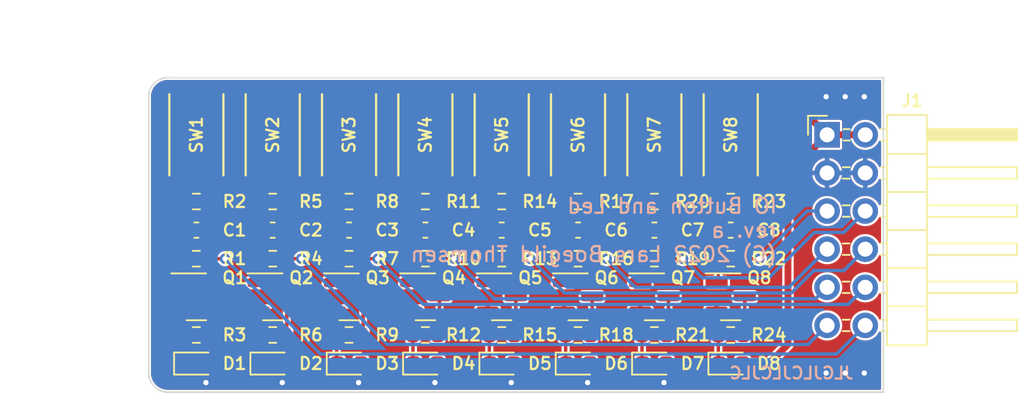
<source format=kicad_pcb>
(kicad_pcb (version 20211014) (generator pcbnew)
  (title_block (title "${TITLE}") (rev "${REVISION}") (company "${AUTHOR}") (comment 1 "${AUTHOR_EMAIL}"))
  (layers (0 "F.Cu" signal) (31 "B.Cu" signal) (34 "B.Paste" user) (35 "F.Paste" user) (36 "B.SilkS" user "B.Silkscreen") (37 "F.SilkS" user "F.Silkscreen") (38 "B.Mask" user) (39 "F.Mask" user) (44 "Edge.Cuts" user))
  (property "AUTHOR" "Lars Boegild Thomsen")
  (property "AUTHOR_EMAIL" "lbthomsen@gmail.com")
  (property "REVISION" "a")
  (property "TITLE" "IO Button and Led")
  (net 0 "")
  (net 1 "Net-(Q1-Pad1)")
  (net 2 "Net-(Q2-Pad1)")
  (net 3 "Net-(Q3-Pad1)")
  (net 4 "Net-(Q4-Pad1)")
  (net 5 "Net-(D1-Pad1)")
  (net 6 "Net-(D2-Pad1)")
  (net 7 "Net-(D3-Pad1)")
  (net 8 "Net-(D4-Pad1)")
  (net 9 "GND")
  (net 10 "+3.3V")
  (net 11 "Net-(Q1-Pad3)")
  (net 12 "Net-(Q2-Pad3)")
  (net 13 "Net-(D5-Pad1)")
  (net 14 "Net-(D6-Pad1)")
  (net 15 "Net-(D7-Pad1)")
  (net 16 "Net-(D8-Pad1)")
  (net 17 "L0_0")
  (net 18 "L0_1")
  (net 19 "L0_2")
  (net 20 "Net-(Q3-Pad3)")
  (net 21 "L0_3")
  (net 22 "Net-(Q4-Pad3)")
  (net 23 "L0_4")
  (net 24 "Net-(Q5-Pad3)")
  (net 25 "L0_5")
  (net 26 "Net-(Q6-Pad3)")
  (net 27 "L0_6")
  (net 28 "Net-(Q7-Pad3)")
  (net 29 "L0_7")
  (net 30 "Net-(Q8-Pad3)")
  (net 31 "Net-(Q5-Pad1)")
  (net 32 "Net-(Q6-Pad1)")
  (net 33 "Net-(Q7-Pad1)")
  (net 34 "Net-(Q8-Pad1)")
  (footprint "Resistor_SMD:R_0603_1608Metric" (layer "F.Cu") (at 136.525 89.535)
    (fp_text reference "R3" (at 2.54 0 unlocked) (layer "F.SilkS") (effects (font (size 0.8 0.8))))
    (fp_text value "440")
    (pad "1" smd roundrect (at -0.825 0) (size 0.8 0.95) (layers "F.Cu" "F.Paste" "F.Mask") (net 5 "Net-(D1-Pad1)"))
    (pad "2" smd roundrect (at 0.825 0) (size 0.8 0.95) (layers "F.Cu" "F.Paste" "F.Mask") (net 11 "Net-(Q1-Pad3)"))
  )
  (footprint "Package_TO_SOT_SMD:SOT-23" (layer "F.Cu") (at 161.925 86.995)
    (fp_text reference "Q6" (at 1.905 -1.27 unlocked) (layer "F.SilkS") (effects (font (size 0.8 0.8))))
    (fp_text value "AO3400A")
    (pad "1" smd roundrect (at -0.9375 -0.95) (size 1.475 0.6) (layers "F.Cu" "F.Paste" "F.Mask") (net 32 "Net-(Q6-Pad1)"))
    (pad "2" smd roundrect (at -0.9375 0.95) (size 1.475 0.6) (layers "F.Cu" "F.Paste" "F.Mask") (net 9 "GND"))
    (pad "3" smd roundrect (at 0.9375 0) (size 1.475 0.6) (layers "F.Cu" "F.Paste" "F.Mask") (net 26 "Net-(Q6-Pad3)"))
  )
  (footprint "LED_SMD:LED_0603_1608Metric" (layer "F.Cu") (at 136.525 91.44)
    (fp_text reference "D1" (at 2.54 0 unlocked) (layer "F.SilkS") (effects (font (size 0.8 0.8))))
    (fp_text value "LED")
    (pad "1" smd roundrect (at -0.7875 0) (size 0.875 0.95) (layers "F.Cu" "F.Paste" "F.Mask") (net 5 "Net-(D1-Pad1)"))
    (pad "2" smd roundrect (at 0.7875 0) (size 0.875 0.95) (layers "F.Cu" "F.Paste" "F.Mask") (net 10 "+3.3V"))
  )
  (footprint "Capacitor_SMD:C_0603_1608Metric" (layer "F.Cu") (at 151.765 82.55)
    (fp_text reference "C4" (at 2.54 0 unlocked) (layer "F.SilkS") (effects (font (size 0.8 0.8))))
    (fp_text value "100nF")
    (pad "1" smd roundrect (at -0.775 0) (size 0.9 0.95) (layers "F.Cu" "F.Paste" "F.Mask") (net 4 "Net-(Q4-Pad1)"))
    (pad "2" smd roundrect (at 0.775 0) (size 0.9 0.95) (layers "F.Cu" "F.Paste" "F.Mask") (net 9 "GND"))
  )
  (footprint "Package_TO_SOT_SMD:SOT-23" (layer "F.Cu") (at 141.605 86.995)
    (fp_text reference "Q2" (at 1.905 -1.27 unlocked) (layer "F.SilkS") (effects (font (size 0.8 0.8))))
    (fp_text value "AO3400A")
    (pad "1" smd roundrect (at -0.9375 -0.95) (size 1.475 0.6) (layers "F.Cu" "F.Paste" "F.Mask") (net 2 "Net-(Q2-Pad1)"))
    (pad "2" smd roundrect (at -0.9375 0.95) (size 1.475 0.6) (layers "F.Cu" "F.Paste" "F.Mask") (net 9 "GND"))
    (pad "3" smd roundrect (at 0.9375 0) (size 1.475 0.6) (layers "F.Cu" "F.Paste" "F.Mask") (net 12 "Net-(Q2-Pad3)"))
  )
  (footprint "iolib:TS-1088R-02526" (layer "F.Cu") (at 146.685 76.2 90)
    (fp_text reference "SW3" (at 0 0 90 unlocked) (layer "F.SilkS") (effects (font (size 0.8 0.8))))
    (fp_text value "~")
    (pad "1" smd rect (at -2.2 -0.05 90) (size 1.2 2) (layers "F.Cu" "F.Paste" "F.Mask") (net 3 "Net-(Q3-Pad1)"))
    (pad "2" smd rect (at 2.2 0 90) (size 1.2 2) (layers "F.Cu" "F.Paste" "F.Mask") (net 10 "+3.3V"))
  )
  (footprint "Capacitor_SMD:C_0603_1608Metric" (layer "F.Cu") (at 156.845 82.55)
    (fp_text reference "C5" (at 2.54 0 unlocked) (layer "F.SilkS") (effects (font (size 0.8 0.8))))
    (fp_text value "100nF")
    (pad "1" smd roundrect (at -0.775 0) (size 0.9 0.95) (layers "F.Cu" "F.Paste" "F.Mask") (net 31 "Net-(Q5-Pad1)"))
    (pad "2" smd roundrect (at 0.775 0) (size 0.9 0.95) (layers "F.Cu" "F.Paste" "F.Mask") (net 9 "GND"))
  )
  (footprint "LED_SMD:LED_0603_1608Metric" (layer "F.Cu") (at 167.005 91.44)
    (fp_text reference "D7" (at 2.54 0 unlocked) (layer "F.SilkS") (effects (font (size 0.8 0.8))))
    (fp_text value "LED")
    (pad "1" smd roundrect (at -0.7875 0) (size 0.875 0.95) (layers "F.Cu" "F.Paste" "F.Mask") (net 15 "Net-(D7-Pad1)"))
    (pad "2" smd roundrect (at 0.7875 0) (size 0.875 0.95) (layers "F.Cu" "F.Paste" "F.Mask") (net 10 "+3.3V"))
  )
  (footprint "Resistor_SMD:R_0603_1608Metric" (layer "F.Cu") (at 146.685 80.645)
    (fp_text reference "R8" (at 2.54 0 unlocked) (layer "F.SilkS") (effects (font (size 0.8 0.8))))
    (fp_text value "10k")
    (pad "1" smd roundrect (at -0.825 0) (size 0.8 0.95) (layers "F.Cu" "F.Paste" "F.Mask") (net 3 "Net-(Q3-Pad1)"))
    (pad "2" smd roundrect (at 0.825 0) (size 0.8 0.95) (layers "F.Cu" "F.Paste" "F.Mask") (net 9 "GND"))
  )
  (footprint "iolib:TS-1088R-02526" (layer "F.Cu") (at 141.605 76.2 90)
    (fp_text reference "SW2" (at 0 0 90 unlocked) (layer "F.SilkS") (effects (font (size 0.8 0.8))))
    (fp_text value "~")
    (pad "1" smd rect (at -2.2 -0.05 90) (size 1.2 2) (layers "F.Cu" "F.Paste" "F.Mask") (net 2 "Net-(Q2-Pad1)"))
    (pad "2" smd rect (at 2.2 0 90) (size 1.2 2) (layers "F.Cu" "F.Paste" "F.Mask") (net 10 "+3.3V"))
  )
  (footprint "iolib:TS-1088R-02526" (layer "F.Cu") (at 151.765 76.2 90)
    (fp_text reference "SW4" (at 0 0 90 unlocked) (layer "F.SilkS") (effects (font (size 0.8 0.8))))
    (fp_text value "~")
    (pad "1" smd rect (at -2.2 -0.05 90) (size 1.2 2) (layers "F.Cu" "F.Paste" "F.Mask") (net 4 "Net-(Q4-Pad1)"))
    (pad "2" smd rect (at 2.2 0 90) (size 1.2 2) (layers "F.Cu" "F.Paste" "F.Mask") (net 10 "+3.3V"))
  )
  (footprint "iolib:TS-1088R-02526" (layer "F.Cu") (at 161.925 76.2 90)
    (fp_text reference "SW6" (at 0 0 90 unlocked) (layer "F.SilkS") (effects (font (size 0.8 0.8))))
    (fp_text value "~")
    (pad "1" smd rect (at -2.2 -0.05 90) (size 1.2 2) (layers "F.Cu" "F.Paste" "F.Mask") (net 32 "Net-(Q6-Pad1)"))
    (pad "2" smd rect (at 2.2 0 90) (size 1.2 2) (layers "F.Cu" "F.Paste" "F.Mask") (net 10 "+3.3V"))
  )
  (footprint "LED_SMD:LED_0603_1608Metric" (layer "F.Cu") (at 172.085 91.44)
    (fp_text reference "D8" (at 2.54 0 unlocked) (layer "F.SilkS") (effects (font (size 0.8 0.8))))
    (fp_text value "LED")
    (pad "1" smd roundrect (at -0.7875 0) (size 0.875 0.95) (layers "F.Cu" "F.Paste" "F.Mask") (net 16 "Net-(D8-Pad1)"))
    (pad "2" smd roundrect (at 0.7875 0) (size 0.875 0.95) (layers "F.Cu" "F.Paste" "F.Mask") (net 10 "+3.3V"))
  )
  (footprint "Resistor_SMD:R_0603_1608Metric" (layer "F.Cu") (at 172.085 89.535)
    (fp_text reference "R24" (at 2.54 0 unlocked) (layer "F.SilkS") (effects (font (size 0.8 0.8))))
    (fp_text value "440")
    (pad "1" smd roundrect (at -0.825 0) (size 0.8 0.95) (layers "F.Cu" "F.Paste" "F.Mask") (net 16 "Net-(D8-Pad1)"))
    (pad "2" smd roundrect (at 0.825 0) (size 0.8 0.95) (layers "F.Cu" "F.Paste" "F.Mask") (net 30 "Net-(Q8-Pad3)"))
  )
  (footprint "Capacitor_SMD:C_0603_1608Metric" (layer "F.Cu") (at 146.685 82.55)
    (fp_text reference "C3" (at 2.54 0 unlocked) (layer "F.SilkS") (effects (font (size 0.8 0.8))))
    (fp_text value "100nF")
    (pad "1" smd roundrect (at -0.775 0) (size 0.9 0.95) (layers "F.Cu" "F.Paste" "F.Mask") (net 3 "Net-(Q3-Pad1)"))
    (pad "2" smd roundrect (at 0.775 0) (size 0.9 0.95) (layers "F.Cu" "F.Paste" "F.Mask") (net 9 "GND"))
  )
  (footprint "LED_SMD:LED_0603_1608Metric" (layer "F.Cu") (at 151.765 91.44)
    (fp_text reference "D4" (at 2.54 0 unlocked) (layer "F.SilkS") (effects (font (size 0.8 0.8))))
    (fp_text value "LED")
    (pad "1" smd roundrect (at -0.7875 0) (size 0.875 0.95) (layers "F.Cu" "F.Paste" "F.Mask") (net 8 "Net-(D4-Pad1)"))
    (pad "2" smd roundrect (at 0.7875 0) (size 0.875 0.95) (layers "F.Cu" "F.Paste" "F.Mask") (net 10 "+3.3V"))
  )
  (footprint "iolib:TS-1088R-02526" (layer "F.Cu") (at 167.005 76.2 90)
    (fp_text reference "SW7" (at 0 0 90 unlocked) (layer "F.SilkS") (effects (font (size 0.8 0.8))))
    (fp_text value "~")
    (pad "1" smd rect (at -2.2 -0.05 90) (size 1.2 2) (layers "F.Cu" "F.Paste" "F.Mask") (net 33 "Net-(Q7-Pad1)"))
    (pad "2" smd rect (at 2.2 0 90) (size 1.2 2) (layers "F.Cu" "F.Paste" "F.Mask") (net 10 "+3.3V"))
  )
  (footprint "Resistor_SMD:R_0603_1608Metric" (layer "F.Cu") (at 156.845 80.645)
    (fp_text reference "R14" (at 2.54 0 unlocked) (layer "F.SilkS") (effects (font (size 0.8 0.8))))
    (fp_text value "10k")
    (pad "1" smd roundrect (at -0.825 0) (size 0.8 0.95) (layers "F.Cu" "F.Paste" "F.Mask") (net 31 "Net-(Q5-Pad1)"))
    (pad "2" smd roundrect (at 0.825 0) (size 0.8 0.95) (layers "F.Cu" "F.Paste" "F.Mask") (net 9 "GND"))
  )
  (footprint "LED_SMD:LED_0603_1608Metric" (layer "F.Cu") (at 146.685 91.44)
    (fp_text reference "D3" (at 2.54 0 unlocked) (layer "F.SilkS") (effects (font (size 0.8 0.8))))
    (fp_text value "LED")
    (pad "1" smd roundrect (at -0.7875 0) (size 0.875 0.95) (layers "F.Cu" "F.Paste" "F.Mask") (net 7 "Net-(D3-Pad1)"))
    (pad "2" smd roundrect (at 0.7875 0) (size 0.875 0.95) (layers "F.Cu" "F.Paste" "F.Mask") (net 10 "+3.3V"))
  )
  (footprint "iolib:TS-1088R-02526" (layer "F.Cu") (at 156.845 76.2 90)
    (fp_text reference "SW5" (at 0 0 90 unlocked) (layer "F.SilkS") (effects (font (size 0.8 0.8))))
    (fp_text value "~")
    (pad "1" smd rect (at -2.2 -0.05 90) (size 1.2 2) (layers "F.Cu" "F.Paste" "F.Mask") (net 31 "Net-(Q5-Pad1)"))
    (pad "2" smd rect (at 2.2 0 90) (size 1.2 2) (layers "F.Cu" "F.Paste" "F.Mask") (net 10 "+3.3V"))
  )
  (footprint "Resistor_SMD:R_0603_1608Metric" (layer "F.Cu") (at 172.085 80.645)
    (fp_text reference "R23" (at 2.54 0 unlocked) (layer "F.SilkS") (effects (font (size 0.8 0.8))))
    (fp_text value "10k")
    (pad "1" smd roundrect (at -0.825 0) (size 0.8 0.95) (layers "F.Cu" "F.Paste" "F.Mask") (net 34 "Net-(Q8-Pad1)"))
    (pad "2" smd roundrect (at 0.825 0) (size 0.8 0.95) (layers "F.Cu" "F.Paste" "F.Mask") (net 9 "GND"))
  )
  (footprint "Package_TO_SOT_SMD:SOT-23" (layer "F.Cu") (at 146.685 86.995)
    (fp_text reference "Q3" (at 1.905 -1.27 unlocked) (layer "F.SilkS") (effects (font (size 0.8 0.8))))
    (fp_text value "AO3400A")
    (pad "1" smd roundrect (at -0.9375 -0.95) (size 1.475 0.6) (layers "F.Cu" "F.Paste" "F.Mask") (net 3 "Net-(Q3-Pad1)"))
    (pad "2" smd roundrect (at -0.9375 0.95) (size 1.475 0.6) (layers "F.Cu" "F.Paste" "F.Mask") (net 9 "GND"))
    (pad "3" smd roundrect (at 0.9375 0) (size 1.475 0.6) (layers "F.Cu" "F.Paste" "F.Mask") (net 20 "Net-(Q3-Pad3)"))
  )
  (footprint "Resistor_SMD:R_0603_1608Metric" (layer "F.Cu") (at 172.085 84.455)
    (fp_text reference "R22" (at 2.54 0 unlocked) (layer "F.SilkS") (effects (font (size 0.8 0.8))))
    (fp_text value "220")
    (pad "1" smd roundrect (at -0.825 0) (size 0.8 0.95) (layers "F.Cu" "F.Paste" "F.Mask") (net 34 "Net-(Q8-Pad1)"))
    (pad "2" smd roundrect (at 0.825 0) (size 0.8 0.95) (layers "F.Cu" "F.Paste" "F.Mask") (net 29 "L0_7"))
  )
  (footprint "Resistor_SMD:R_0603_1608Metric" (layer "F.Cu") (at 161.925 80.645)
    (fp_text reference "R17" (at 2.54 0 unlocked) (layer "F.SilkS") (effects (font (size 0.8 0.8))))
    (fp_text value "10k")
    (pad "1" smd roundrect (at -0.825 0) (size 0.8 0.95) (layers "F.Cu" "F.Paste" "F.Mask") (net 32 "Net-(Q6-Pad1)"))
    (pad "2" smd roundrect (at 0.825 0) (size 0.8 0.95) (layers "F.Cu" "F.Paste" "F.Mask") (net 9 "GND"))
  )
  (footprint "Resistor_SMD:R_0603_1608Metric" (layer "F.Cu") (at 141.605 84.455)
    (fp_text reference "R4" (at 2.54 0 unlocked) (layer "F.SilkS") (effects (font (size 0.8 0.8))))
    (fp_text value "220")
    (pad "1" smd roundrect (at -0.825 0) (size 0.8 0.95) (layers "F.Cu" "F.Paste" "F.Mask") (net 2 "Net-(Q2-Pad1)"))
    (pad "2" smd roundrect (at 0.825 0) (size 0.8 0.95) (layers "F.Cu" "F.Paste" "F.Mask") (net 18 "L0_1"))
  )
  (footprint "Resistor_SMD:R_0603_1608Metric" (layer "F.Cu") (at 141.605 89.535)
    (fp_text reference "R6" (at 2.54 0 unlocked) (layer "F.SilkS") (effects (font (size 0.8 0.8))))
    (fp_text value "440")
    (pad "1" smd roundrect (at -0.825 0) (size 0.8 0.95) (layers "F.Cu" "F.Paste" "F.Mask") (net 6 "Net-(D2-Pad1)"))
    (pad "2" smd roundrect (at 0.825 0) (size 0.8 0.95) (layers "F.Cu" "F.Paste" "F.Mask") (net 12 "Net-(Q2-Pad3)"))
  )
  (footprint "Capacitor_SMD:C_0603_1608Metric" (layer "F.Cu") (at 136.525 82.55)
    (fp_text reference "C1" (at 2.54 0 unlocked) (layer "F.SilkS") (effects (font (size 0.8 0.8))))
    (fp_text value "100nF")
    (pad "1" smd roundrect (at -0.775 0) (size 0.9 0.95) (layers "F.Cu" "F.Paste" "F.Mask") (net 1 "Net-(Q1-Pad1)"))
    (pad "2" smd roundrect (at 0.775 0) (size 0.9 0.95) (layers "F.Cu" "F.Paste" "F.Mask") (net 9 "GND"))
  )
  (footprint "LED_SMD:LED_0603_1608Metric" (layer "F.Cu") (at 161.925 91.44)
    (fp_text reference "D6" (at 2.54 0 unlocked) (layer "F.SilkS") (effects (font (size 0.8 0.8))))
    (fp_text value "LED")
    (pad "1" smd roundrect (at -0.7875 0) (size 0.875 0.95) (layers "F.Cu" "F.Paste" "F.Mask") (net 14 "Net-(D6-Pad1)"))
    (pad "2" smd roundrect (at 0.7875 0) (size 0.875 0.95) (layers "F.Cu" "F.Paste" "F.Mask") (net 10 "+3.3V"))
  )
  (footprint "Capacitor_SMD:C_0603_1608Metric" (layer "F.Cu") (at 161.925 82.55)
    (fp_text reference "C6" (at 2.54 0 unlocked) (layer "F.SilkS") (effects (font (size 0.8 0.8))))
    (fp_text value "100nF")
    (pad "1" smd roundrect (at -0.775 0) (size 0.9 0.95) (layers "F.Cu" "F.Paste" "F.Mask") (net 32 "Net-(Q6-Pad1)"))
    (pad "2" smd roundrect (at 0.775 0) (size 0.9 0.95) (layers "F.Cu" "F.Paste" "F.Mask") (net 9 "GND"))
  )
  (footprint "iolib:TS-1088R-02526" (layer "F.Cu") (at 172.085 76.2 90)
    (fp_text reference "SW8" (at 0 0 90 unlocked) (layer "F.SilkS") (effects (font (size 0.8 0.8))))
    (fp_text value "~")
    (pad "1" smd rect (at -2.2 -0.05 90) (size 1.2 2) (layers "F.Cu" "F.Paste" "F.Mask") (net 34 "Net-(Q8-Pad1)"))
    (pad "2" smd rect (at 2.2 0 90) (size 1.2 2) (layers "F.Cu" "F.Paste" "F.Mask") (net 10 "+3.3V"))
  )
  (footprint "Package_TO_SOT_SMD:SOT-23" (layer "F.Cu") (at 167.005 86.995)
    (fp_text reference "Q7" (at 1.905 -1.27 unlocked) (layer "F.SilkS") (effects (font (size 0.8 0.8))))
    (fp_text value "AO3400A")
    (pad "1" smd roundrect (at -0.9375 -0.95) (size 1.475 0.6) (layers "F.Cu" "F.Paste" "F.Mask") (net 33 "Net-(Q7-Pad1)"))
    (pad "2" smd roundrect (at -0.9375 0.95) (size 1.475 0.6) (layers "F.Cu" "F.Paste" "F.Mask") (net 9 "GND"))
    (pad "3" smd roundrect (at 0.9375 0) (size 1.475 0.6) (layers "F.Cu" "F.Paste" "F.Mask") (net 28 "Net-(Q7-Pad3)"))
  )
  (footprint "Resistor_SMD:R_0603_1608Metric" (layer "F.Cu") (at 141.605 80.645)
    (fp_text reference "R5" (at 2.54 0 unlocked) (layer "F.SilkS") (effects (font (size 0.8 0.8))))
    (fp_text value "10k")
    (pad "1" smd roundrect (at -0.825 0) (size 0.8 0.95) (layers "F.Cu" "F.Paste" "F.Mask") (net 2 "Net-(Q2-Pad1)"))
    (pad "2" smd roundrect (at 0.825 0) (size 0.8 0.95) (layers "F.Cu" "F.Paste" "F.Mask") (net 9 "GND"))
  )
  (footprint "LED_SMD:LED_0603_1608Metric" (layer "F.Cu") (at 156.845 91.44)
    (fp_text reference "D5" (at 2.54 0 unlocked) (layer "F.SilkS") (effects (font (size 0.8 0.8))))
    (fp_text value "LED")
    (pad "1" smd roundrect (at -0.7875 0) (size 0.875 0.95) (layers "F.Cu" "F.Paste" "F.Mask") (net 13 "Net-(D5-Pad1)"))
    (pad "2" smd roundrect (at 0.7875 0) (size 0.875 0.95) (layers "F.Cu" "F.Paste" "F.Mask") (net 10 "+3.3V"))
  )
  (footprint "Capacitor_SMD:C_0603_1608Metric" (layer "F.Cu") (at 141.605 82.55)
    (fp_text reference "C2" (at 2.54 0 unlocked) (layer "F.SilkS") (effects (font (size 0.8 0.8))))
    (fp_text value "100nF")
    (pad "1" smd roundrect (at -0.775 0) (size 0.9 0.95) (layers "F.Cu" "F.Paste" "F.Mask") (net 2 "Net-(Q2-Pad1)"))
    (pad "2" smd roundrect (at 0.775 0) (size 0.9 0.95) (layers "F.Cu" "F.Paste" "F.Mask") (net 9 "GND"))
  )
  (footprint "Resistor_SMD:R_0603_1608Metric" (layer "F.Cu") (at 146.685 84.455)
    (fp_text reference "R7" (at 2.54 0 unlocked) (layer "F.SilkS") (effects (font (size 0.8 0.8))))
    (fp_text value "220")
    (pad "1" smd roundrect (at -0.825 0) (size 0.8 0.95) (layers "F.Cu" "F.Paste" "F.Mask") (net 3 "Net-(Q3-Pad1)"))
    (pad "2" smd roundrect (at 0.825 0) (size 0.8 0.95) (layers "F.Cu" "F.Paste" "F.Mask") (net 19 "L0_2"))
  )
  (footprint "Resistor_SMD:R_0603_1608Metric" (layer "F.Cu") (at 167.005 89.535)
    (fp_text reference "R21" (at 2.54 0 unlocked) (layer "F.SilkS") (effects (font (size 0.8 0.8))))
    (fp_text value "440")
    (pad "1" smd roundrect (at -0.825 0) (size 0.8 0.95) (layers "F.Cu" "F.Paste" "F.Mask") (net 15 "Net-(D7-Pad1)"))
    (pad "2" smd roundrect (at 0.825 0) (size 0.8 0.95) (layers "F.Cu" "F.Paste" "F.Mask") (net 28 "Net-(Q7-Pad3)"))
  )
  (footprint "Resistor_SMD:R_0603_1608Metric" (layer "F.Cu") (at 156.845 89.535)
    (fp_text reference "R15" (at 2.54 0 unlocked) (layer "F.SilkS") (effects (font (size 0.8 0.8))))
    (fp_text value "440")
    (pad "1" smd roundrect (at -0.825 0) (size 0.8 0.95) (layers "F.Cu" "F.Paste" "F.Mask") (net 13 "Net-(D5-Pad1)"))
    (pad "2" smd roundrect (at 0.825 0) (size 0.8 0.95) (layers "F.Cu" "F.Paste" "F.Mask") (net 24 "Net-(Q5-Pad3)"))
  )
  (footprint "Resistor_SMD:R_0603_1608Metric" (layer "F.Cu") (at 167.005 80.645)
    (fp_text reference "R20" (at 2.54 0 unlocked) (layer "F.SilkS") (effects (font (size 0.8 0.8))))
    (fp_text value "10k")
    (pad "1" smd roundrect (at -0.825 0) (size 0.8 0.95) (layers "F.Cu" "F.Paste" "F.Mask") (net 33 "Net-(Q7-Pad1)"))
    (pad "2" smd roundrect (at 0.825 0) (size 0.8 0.95) (layers "F.Cu" "F.Paste" "F.Mask") (net 9 "GND"))
  )
  (footprint "Capacitor_SMD:C_0603_1608Metric" (layer "F.Cu") (at 167.005 82.55)
    (fp_text reference "C7" (at 2.54 0 unlocked) (layer "F.SilkS") (effects (font (size 0.8 0.8))))
    (fp_text value "100nF")
    (pad "1" smd roundrect (at -0.775 0) (size 0.9 0.95) (layers "F.Cu" "F.Paste" "F.Mask") (net 33 "Net-(Q7-Pad1)"))
    (pad "2" smd roundrect (at 0.775 0) (size 0.9 0.95) (layers "F.Cu" "F.Paste" "F.Mask") (net 9 "GND"))
  )
  (footprint "Resistor_SMD:R_0603_1608Metric" (layer "F.Cu") (at 151.765 80.645)
    (fp_text reference "R11" (at 2.54 0 unlocked) (layer "F.SilkS") (effects (font (size 0.8 0.8))))
    (fp_text value "10k")
    (pad "1" smd roundrect (at -0.825 0) (size 0.8 0.95) (layers "F.Cu" "F.Paste" "F.Mask") (net 4 "Net-(Q4-Pad1)"))
    (pad "2" smd roundrect (at 0.825 0) (size 0.8 0.95) (layers "F.Cu" "F.Paste" "F.Mask") (net 9 "GND"))
  )
  (footprint "Resistor_SMD:R_0603_1608Metric" (layer "F.Cu") (at 156.845 84.455)
    (fp_text reference "R13" (at 2.54 0 unlocked) (layer "F.SilkS") (effects (font (size 0.8 0.8))))
    (fp_text value "220")
    (pad "1" smd roundrect (at -0.825 0) (size 0.8 0.95) (layers "F.Cu" "F.Paste" "F.Mask") (net 31 "Net-(Q5-Pad1)"))
    (pad "2" smd roundrect (at 0.825 0) (size 0.8 0.95) (layers "F.Cu" "F.Paste" "F.Mask") (net 23 "L0_4"))
  )
  (footprint "Resistor_SMD:R_0603_1608Metric" (layer "F.Cu") (at 161.925 84.455)
    (fp_text reference "R16" (at 2.54 0 unlocked) (layer "F.SilkS") (effects (font (size 0.8 0.8))))
    (fp_text value "220")
    (pad "1" smd roundrect (at -0.825 0) (size 0.8 0.95) (layers "F.Cu" "F.Paste" "F.Mask") (net 32 "Net-(Q6-Pad1)"))
    (pad "2" smd roundrect (at 0.825 0) (size 0.8 0.95) (layers "F.Cu" "F.Paste" "F.Mask") (net 25 "L0_5"))
  )
  (footprint "Package_TO_SOT_SMD:SOT-23" (layer "F.Cu") (at 172.085 86.995)
    (fp_text reference "Q8" (at 1.905 -1.27 unlocked) (layer "F.SilkS") (effects (font (size 0.8 0.8))))
    (fp_text value "AO3400A")
    (pad "1" smd roundrect (at -0.9375 -0.95) (size 1.475 0.6) (layers "F.Cu" "F.Paste" "F.Mask") (net 34 "Net-(Q8-Pad1)"))
    (pad "2" smd roundrect (at -0.9375 0.95) (size 1.475 0.6) (layers "F.Cu" "F.Paste" "F.Mask") (net 9 "GND"))
    (pad "3" smd roundrect (at 0.9375 0) (size 1.475 0.6) (layers "F.Cu" "F.Paste" "F.Mask") (net 30 "Net-(Q8-Pad3)"))
  )
  (footprint "Package_TO_SOT_SMD:SOT-23" (layer "F.Cu") (at 136.525 86.995)
    (fp_text reference "Q1" (at 2.54 -1.27 unlocked) (layer "F.SilkS") (effects (font (size 0.8 0.8))))
    (fp_text value "AO3400A")
    (pad "1" smd roundrect (at -0.9375 -0.95) (size 1.475 0.6) (layers "F.Cu" "F.Paste" "F.Mask") (net 1 "Net-(Q1-Pad1)"))
    (pad "2" smd roundrect (at -0.9375 0.95) (size 1.475 0.6) (layers "F.Cu" "F.Paste" "F.Mask") (net 9 "GND"))
    (pad "3" smd roundrect (at 0.9375 0) (size 1.475 0.6) (layers "F.Cu" "F.Paste" "F.Mask") (net 11 "Net-(Q1-Pad3)"))
  )
  (footprint "Resistor_SMD:R_0603_1608Metric" (layer "F.Cu") (at 136.525 84.455)
    (fp_text reference "R1" (at 2.54 0 unlocked) (layer "F.SilkS") (effects (font (size 0.8 0.8))))
    (fp_text value "220")
    (pad "1" smd roundrect (at -0.825 0) (size 0.8 0.95) (layers "F.Cu" "F.Paste" "F.Mask") (net 1 "Net-(Q1-Pad1)"))
    (pad "2" smd roundrect (at 0.825 0) (size 0.8 0.95) (layers "F.Cu" "F.Paste" "F.Mask") (net 17 "L0_0"))
  )
  (footprint "Resistor_SMD:R_0603_1608Metric" (layer "F.Cu") (at 161.925 89.535)
    (fp_text reference "R18" (at 2.54 0 unlocked) (layer "F.SilkS") (effects (font (size 0.8 0.8))))
    (fp_text value "440")
    (pad "1" smd roundrect (at -0.825 0) (size 0.8 0.95) (layers "F.Cu" "F.Paste" "F.Mask") (net 14 "Net-(D6-Pad1)"))
    (pad "2" smd roundrect (at 0.825 0) (size 0.8 0.95) (layers "F.Cu" "F.Paste" "F.Mask") (net 26 "Net-(Q6-Pad3)"))
  )
  (footprint "Resistor_SMD:R_0603_1608Metric" (layer "F.Cu") (at 151.765 84.455)
    (fp_text reference "R10" (at 2.54 0 unlocked) (layer "F.SilkS") (effects (font (size 0.8 0.8))))
    (fp_text value "220")
    (pad "1" smd roundrect (at -0.825 0) (size 0.8 0.95) (layers "F.Cu" "F.Paste" "F.Mask") (net 4 "Net-(Q4-Pad1)"))
    (pad "2" smd roundrect (at 0.825 0) (size 0.8 0.95) (layers "F.Cu" "F.Paste" "F.Mask") (net 21 "L0_3"))
  )
  (footprint "LED_SMD:LED_0603_1608Metric" (layer "F.Cu") (at 141.605 91.44)
    (fp_text reference "D2" (at 2.54 0 unlocked) (layer "F.SilkS") (effects (font (size 0.8 0.8))))
    (fp_text value "LED")
    (pad "1" smd roundrect (at -0.7875 0) (size 0.875 0.95) (layers "F.Cu" "F.Paste" "F.Mask") (net 6 "Net-(D2-Pad1)"))
    (pad "2" smd roundrect (at 0.7875 0) (size 0.875 0.95) (layers "F.Cu" "F.Paste" "F.Mask") (net 10 "+3.3V"))
  )
  (footprint "Connector_PinHeader_2.54mm:PinHeader_2x06_P2.54mm_Horizontal" (layer "F.Cu") (at 178.5 76.2)
    (fp_text reference "J1" (at 5.655 -2.27 unlocked) (layer "F.SilkS") (effects (font (size 0.8 0.8))))
    (fp_text value "~")
    (pad "1" thru_hole rect (at 0 0) (size 1.7 1.7) (drill 1) (layers *.Cu *.Mask) (net 10 "+3.3V"))
    (pad "2" thru_hole oval (at 2.54 0) (size 1.7 1.7) (drill 1) (layers *.Cu *.Mask) (net 10 "+3.3V"))
    (pad "3" thru_hole oval (at 0 2.54) (size 1.7 1.7) (drill 1) (layers *.Cu *.Mask) (net 9 "GND"))
    (pad "4" thru_hole oval (at 2.54 2.54) (size 1.7 1.7) (drill 1) (layers *.Cu *.Mask) (net 9 "GND"))
    (pad "5" thru_hole oval (at 0 5.08) (size 1.7 1.7) (drill 1) (layers *.Cu *.Mask) (net 29 "L0_7"))
    (pad "6" thru_hole oval (at 2.54 5.08) (size 1.7 1.7) (drill 1) (layers *.Cu *.Mask) (net 27 "L0_6"))
    (pad "7" thru_hole oval (at 0 7.62) (size 1.7 1.7) (drill 1) (layers *.Cu *.Mask) (net 25 "L0_5"))
    (pad "8" thru_hole oval (at 2.54 7.62) (size 1.7 1.7) (drill 1) (layers *.Cu *.Mask) (net 23 "L0_4"))
    (pad "9" thru_hole oval (at 0 10.16) (size 1.7 1.7) (drill 1) (layers *.Cu *.Mask) (net 21 "L0_3"))
    (pad "10" thru_hole oval (at 2.54 10.16) (size 1.7 1.7) (drill 1) (layers *.Cu *.Mask) (net 19 "L0_2"))
    (pad "11" thru_hole oval (at 0 12.7) (size 1.7 1.7) (drill 1) (layers *.Cu *.Mask) (net 18 "L0_1"))
    (pad "12" thru_hole oval (at 2.54 12.7) (size 1.7 1.7) (drill 1) (layers *.Cu *.Mask) (net 17 "L0_0"))
  )
  (footprint "Package_TO_SOT_SMD:SOT-23" (layer "F.Cu") (at 151.765 86.995)
    (fp_text reference "Q4" (at 1.905 -1.27 unlocked) (layer "F.SilkS") (effects (font (size 0.8 0.8))))
    (fp_text value "AO3400A")
    (pad "1" smd roundrect (at -0.9375 -0.95) (size 1.475 0.6) (layers "F.Cu" "F.Paste" "F.Mask") (net 4 "Net-(Q4-Pad1)"))
    (pad "2" smd roundrect (at -0.9375 0.95) (size 1.475 0.6) (layers "F.Cu" "F.Paste" "F.Mask") (net 9 "GND"))
    (pad "3" smd roundrect (at 0.9375 0) (size 1.475 0.6) (layers "F.Cu" "F.Paste" "F.Mask") (net 22 "Net-(Q4-Pad3)"))
  )
  (footprint "Package_TO_SOT_SMD:SOT-23" (layer "F.Cu") (at 156.845 86.995)
    (fp_text reference "Q5" (at 1.905 -1.27 unlocked) (layer "F.SilkS") (effects (font (size 0.8 0.8))))
    (fp_text value "AO3400A")
    (pad "1" smd roundrect (at -0.9375 -0.95) (size 1.475 0.6) (layers "F.Cu" "F.Paste" "F.Mask") (net 31 "Net-(Q5-Pad1)"))
    (pad "2" smd roundrect (at -0.9375 0.95) (size 1.475 0.6) (layers "F.Cu" "F.Paste" "F.Mask") (net 9 "GND"))
    (pad "3" smd roundrect (at 0.9375 0) (size 1.475 0.6) (layers "F.Cu" "F.Paste" "F.Mask") (net 24 "Net-(Q5-Pad3)"))
  )
  (footprint "Resistor_SMD:R_0603_1608Metric" (layer "F.Cu") (at 136.525 80.645)
    (fp_text reference "R2" (at 2.54 0 unlocked) (layer "F.SilkS") (effects (font (size 0.8 0.8))))
    (fp_text value "10k")
    (pad "1" smd roundrect (at -0.825 0) (size 0.8 0.95) (layers "F.Cu" "F.Paste" "F.Mask") (net 1 "Net-(Q1-Pad1)"))
    (pad "2" smd roundrect (at 0.825 0) (size 0.8 0.95) (layers "F.Cu" "F.Paste" "F.Mask") (net 9 "GND"))
  )
  (footprint "Resistor_SMD:R_0603_1608Metric" (layer "F.Cu") (at 146.685 89.535)
    (fp_text reference "R9" (at 2.54 0 unlocked) (layer "F.SilkS") (effects (font (size 0.8 0.8))))
    (fp_text value "440")
    (pad "1" smd roundrect (at -0.825 0) (size 0.8 0.95) (layers "F.Cu" "F.Paste" "F.Mask") (net 7 "Net-(D3-Pad1)"))
    (pad "2" smd roundrect (at 0.825 0) (size 0.8 0.95) (layers "F.Cu" "F.Paste" "F.Mask") (net 20 "Net-(Q3-Pad3)"))
  )
  (footprint "iolib:TS-1088R-02526" (layer "F.Cu") (at 136.525 76.2 90)
    (fp_text reference "SW1" (at 0 0 90 unlocked) (layer "F.SilkS") (effects (font (size 0.8 0.8))))
    (fp_text value "~")
    (pad "1" smd rect (at -2.2 -0.05 90) (size 1.2 2) (layers "F.Cu" "F.Paste" "F.Mask") (net 1 "Net-(Q1-Pad1)"))
    (pad "2" smd rect (at 2.2 0 90) (size 1.2 2) (layers "F.Cu" "F.Paste" "F.Mask") (net 10 "+3.3V"))
  )
  (footprint "Resistor_SMD:R_0603_1608Metric" (layer "F.Cu") (at 167.005 84.455)
    (fp_text reference "R19" (at 2.54 0 unlocked) (layer "F.SilkS") (effects (font (size 0.8 0.8))))
    (fp_text value "220")
    (pad "1" smd roundrect (at -0.825 0) (size 0.8 0.95) (layers "F.Cu" "F.Paste" "F.Mask") (net 33 "Net-(Q7-Pad1)"))
    (pad "2" smd roundrect (at 0.825 0) (size 0.8 0.95) (layers "F.Cu" "F.Paste" "F.Mask") (net 27 "L0_6"))
  )
  (footprint "Capacitor_SMD:C_0603_1608Metric" (layer "F.Cu") (at 172.085 82.55)
    (fp_text reference "C8" (at 2.54 0 unlocked) (layer "F.SilkS") (effects (font (size 0.8 0.8))))
    (fp_text value "100nF")
    (pad "1" smd roundrect (at -0.775 0) (size 0.9 0.95) (layers "F.Cu" "F.Paste" "F.Mask") (net 34 "Net-(Q8-Pad1)"))
    (pad "2" smd roundrect (at 0.775 0) (size 0.9 0.95) (layers "F.Cu" "F.Paste" "F.Mask") (net 9 "GND"))
  )
  (footprint "Resistor_SMD:R_0603_1608Metric" (layer "F.Cu") (at 151.765 89.535)
    (fp_text reference "R12" (at 2.54 0 unlocked) (layer "F.SilkS") (effects (font (size 0.8 0.8))))
    (fp_text value "440")
    (pad "1" smd roundrect (at -0.825 0) (size 0.8 0.95) (layers "F.Cu" "F.Paste" "F.Mask") (net 8 "Net-(D4-Pad1)"))
    (pad "2" smd roundrect (at 0.825 0) (size 0.8 0.95) (layers "F.Cu" "F.Paste" "F.Mask") (net 22 "Net-(Q4-Pad3)"))
  )
  (gr_line (start 182.245 93.345) (end 134.62 93.345) (layer "Edge.Cuts") (width 0.1))
  (gr_line (start 182.245 72.39) (end 182.245 93.345) (layer "Edge.Cuts") (width 0.1))
  (gr_arc (start 133.35 73.66) (mid 133.721974 72.761974) (end 134.62 72.39) (layer "Edge.Cuts") (width 0.1))
  (gr_line (start 133.35 92.075) (end 133.35 73.66) (layer "Edge.Cuts") (width 0.1))
  (gr_arc (start 134.62 93.345) (mid 133.721974 92.973026) (end 133.35 92.075) (layer "Edge.Cuts") (width 0.1))
  (gr_line (start 134.62 72.39) (end 182.245 72.39) (layer "Edge.Cuts") (width 0.1))
  (gr_text "JLCJLCJLCJLC" (at 180.34 92.075) (layer "B.SilkS") (effects (font (size 0.8 0.8)) (justify left mirror)))
  (gr_text "${TITLE}\nrev. ${REVISION}\n(C) 2022 ${AUTHOR}" (at 175.26 82.55) (layer "B.SilkS") (effects (font (size 1 1)) (justify left mirror)))
  (segment (start 135.7 84.455) (end 135.7 82.6) (width 0.2286) (layer "F.Cu") (net 1))
  (segment (start 135.7 85.9325) (end 135.5875 86.045) (width 0.2286) (layer "F.Cu") (net 1))
  (segment (start 135.75 80.695) (end 135.7 80.645) (width 0.2286) (layer "F.Cu") (net 1))
  (segment (start 136.475 78.4) (end 136.475 79.87) (width 0.2286) (layer "F.Cu") (net 1))
  (segment (start 135.7 84.455) (end 135.7 85.9325) (width 0.2286) (layer "F.Cu") (net 1))
  (segment (start 135.7 82.6) (end 135.75 82.55) (width 0.2286) (layer "F.Cu") (net 1))
  (segment (start 135.75 82.55) (end 135.75 80.695) (width 0.2286) (layer "F.Cu") (net 1))
  (segment (start 136.475 79.87) (end 135.7 80.645) (width 0.2286) (layer "F.Cu") (net 1))
  (segment (start 140.78 85.9325) (end 140.6675 86.045) (width 0.2286) (layer "F.Cu") (net 2))
  (segment (start 140.78 84.455) (end 140.78 82.6) (width 0.2286) (layer "F.Cu") (net 2))
  (segment (start 140.78 82.6) (end 140.83 82.55) (width 0.2286) (layer "F.Cu") (net 2))
  (segment (start 140.83 82.55) (end 140.83 80.695) (width 0.2286) (layer "F.Cu") (net 2))
  (segment (start 141.555 78.4) (end 141.555 79.87) (width 0.2286) (layer "F.Cu") (net 2))
  (segment (start 140.78 84.455) (end 140.78 85.9325) (width 0.2286) (layer "F.Cu") (net 2))
  (segment (start 141.555 79.87) (end 140.78 80.645) (width 0.2286) (layer "F.Cu") (net 2))
  (segment (start 140.83 80.695) (end 140.78 80.645) (width 0.2286) (layer "F.Cu") (net 2))
  (segment (start 145.86 82.6) (end 145.91 82.55) (width 0.2286) (layer "F.Cu") (net 3))
  (segment (start 145.86 84.455) (end 145.86 82.6) (width 0.2286) (layer "F.Cu") (net 3))
  (segment (start 146.635 79.87) (end 146.635 78.4) (width 0.2286) (layer "F.Cu") (net 3))
  (segment (start 145.86 80.645) (end 146.635 79.87) (width 0.2286) (layer "F.Cu") (net 3))
  (segment (start 145.91 82.55) (end 145.91 80.695) (width 0.2286) (layer "F.Cu") (net 3))
  (segment (start 145.86 85.9325) (end 145.7475 86.045) (width 0.2286) (layer "F.Cu") (net 3))
  (segment (start 145.86 84.455) (end 145.86 85.9325) (width 0.2286) (layer "F.Cu") (net 3))
  (segment (start 145.91 80.695) (end 145.86 80.645) (width 0.2286) (layer "F.Cu") (net 3))
  (segment (start 151.715 79.87) (end 151.715 78.4) (width 0.2286) (layer "F.Cu") (net 4))
  (segment (start 150.94 80.645) (end 151.715 79.87) (width 0.2286) (layer "F.Cu") (net 4))
  (segment (start 150.94 84.455) (end 150.94 85.9325) (width 0.2286) (layer "F.Cu") (net 4))
  (segment (start 150.94 85.9325) (end 150.8275 86.045) (width 0.2286) (layer "F.Cu") (net 4))
  (segment (start 150.99 80.695) (end 150.94 80.645) (width 0.2286) (layer "F.Cu") (net 4))
  (segment (start 150.94 84.455) (end 150.94 82.6) (width 0.2286) (layer "F.Cu") (net 4))
  (segment (start 150.94 82.6) (end 150.99 82.55) (width 0.2286) (layer "F.Cu") (net 4))
  (segment (start 150.99 82.55) (end 150.99 80.695) (width 0.2286) (layer "F.Cu") (net 4))
  (segment (start 135.7 91.4025) (end 135.7375 91.44) (width 0.2286) (layer "F.Cu") (net 5))
  (segment (start 135.7 89.535) (end 135.7 91.4025) (width 0.2286) (layer "F.Cu") (net 5))
  (segment (start 140.78 91.4025) (end 140.8175 91.44) (width 0.2286) (layer "F.Cu") (net 6))
  (segment (start 140.78 89.535) (end 140.78 91.4025) (width 0.2286) (layer "F.Cu") (net 6))
  (segment (start 145.86 89.535) (end 145.86 91.4025) (width 0.2286) (layer "F.Cu") (net 7))
  (segment (start 145.86 91.4025) (end 145.8975 91.44) (width 0.2286) (layer "F.Cu") (net 7))
  (segment (start 150.94 91.4025) (end 150.9775 91.44) (width 0.2286) (layer "F.Cu") (net 8))
  (segment (start 150.94 89.535) (end 150.94 91.4025) (width 0.2286) (layer "F.Cu") (net 8))
  (via (at 147.32 92.71) (size 0.7) (drill 0.35) (layers "F.Cu" "B.Cu") (net 9))
  (via (at 167.64 92.71) (size 0.7) (drill 0.35) (layers "F.Cu" "B.Cu") (net 9))
  (via (at 157.48 92.71) (size 0.7) (drill 0.35) (layers "F.Cu" "B.Cu") (net 9))
  (via (at 179.705 73.66) (size 0.7) (drill 0.35) (layers "F.Cu" "B.Cu") (net 9))
  (via (at 180.975 92.075) (size 0.7) (drill 0.35) (layers "F.Cu" "B.Cu") (net 9))
  (via (at 179.705 92.075) (size 0.7) (drill 0.35) (layers "F.Cu" "B.Cu") (net 9))
  (via (at 178.435 92.075) (size 0.7) (drill 0.35) (layers "F.Cu" "B.Cu") (net 9))
  (via (at 137.16 92.71) (size 0.7) (drill 0.35) (layers "F.Cu" "B.Cu") (net 9))
  (via (at 180.975 73.66) (size 0.7) (drill 0.35) (layers "F.Cu" "B.Cu") (net 9))
  (via (at 142.24 92.71) (size 0.7) (drill 0.35) (layers "F.Cu" "B.Cu") (net 9))
  (via (at 162.56 92.71) (size 0.7) (drill 0.35) (layers "F.Cu" "B.Cu") (net 9))
  (via (at 178.435 73.66) (size 0.7) (drill 0.35) (layers "F.Cu" "B.Cu") (net 9))
  (via (at 152.4 92.71) (size 0.7) (drill 0.35) (layers "F.Cu" "B.Cu") (net 9))
  (segment (start 162.7125 91.44) (end 163.5685 92.296) (width 0.4572) (layer "F.Cu") (net 10))
  (segment (start 148.3285 92.296) (end 151.6965 92.296) (width 0.4572) (layer "F.Cu") (net 10))
  (segment (start 172.085 74) (end 167.005 74) (width 0.4572) (layer "F.Cu") (net 10))
  (segment (start 157.6325 91.44) (end 158.4885 92.296) (width 0.4572) (layer "F.Cu") (net 10))
  (segment (start 142.3925 91.44) (end 143.2485 92.296) (width 0.4572) (layer "F.Cu") (net 10))
  (segment (start 158.4885 92.296) (end 161.8565 92.296) (width 0.4572) (layer "F.Cu") (net 10))
  (segment (start 146.685 74) (end 141.605 74) (width 0.4572) (layer "F.Cu") (net 10))
  (segment (start 141.605 74) (end 136.525 74) (width 0.4572) (layer "F.Cu") (net 10))
  (segment (start 146.6165 92.296) (end 147.4725 91.44) (width 0.4572) (layer "F.Cu") (net 10))
  (segment (start 172.085 74) (end 176.3 74) (width 0.4572) (layer "F.Cu") (net 10))
  (segment (start 175.895 78.805) (end 178.5 76.2) (width 0.4572) (layer "F.Cu") (net 10))
  (segment (start 161.925 74) (end 156.845 74) (width 0.4572) (layer "F.Cu") (net 10))
  (segment (start 167.7925 91.44) (end 168.6485 92.296) (width 0.4572) (layer "F.Cu") (net 10))
  (segment (start 161.8565 92.296) (end 162.7125 91.44) (width 0.4572) (layer "F.Cu") (net 10))
  (segment (start 137.3125 91.44) (end 138.1685 92.296) (width 0.4572) (layer "F.Cu") (net 10))
  (segment (start 167.005 74) (end 161.925 74) (width 0.4572) (layer "F.Cu") (net 10))
  (segment (start 153.4085 92.296) (end 156.7765 92.296) (width 0.4572) (layer "F.Cu") (net 10))
  (segment (start 156.845 74) (end 151.765 74) (width 0.4572) (layer "F.Cu") (net 10))
  (segment (start 175.895 90.17) (end 175.895 78.805) (width 0.4572) (layer "F.Cu") (net 10))
  (segment (start 138.1685 92.296) (end 141.5365 92.296) (width 0.4572) (layer "F.Cu") (net 10))
  (segment (start 147.4725 91.44) (end 148.3285 92.296) (width 0.4572) (layer "F.Cu") (net 10))
  (segment (start 181.04 76.2) (end 178.5 76.2) (width 0.4572) (layer "F.Cu") (net 10))
  (segment (start 172.8725 91.44) (end 174.625 91.44) (width 0.4572) (layer "F.Cu") (net 10))
  (segment (start 152.5525 91.44) (end 153.4085 92.296) (width 0.4572) (layer "F.Cu") (net 10))
  (segment (start 163.5685 92.296) (end 166.9365 92.296) (width 0.4572) (layer "F.Cu") (net 10))
  (segment (start 151.6965 92.296) (end 152.5525 91.44) (width 0.4572) (layer "F.Cu") (net 10))
  (segment (start 143.2485 92.296) (end 146.6165 92.296) (width 0.4572) (layer "F.Cu") (net 10))
  (segment (start 172.0165 92.296) (end 172.8725 91.44) (width 0.4572) (layer "F.Cu") (net 10))
  (segment (start 156.7765 92.296) (end 157.6325 91.44) (width 0.4572) (layer "F.Cu") (net 10))
  (segment (start 166.9365 92.296) (end 167.7925 91.44) (width 0.4572) (layer "F.Cu") (net 10))
  (segment (start 141.5365 92.296) (end 142.3925 91.44) (width 0.4572) (layer "F.Cu") (net 10))
  (segment (start 176.3 74) (end 178.5 76.2) (width 0.4572) (layer "F.Cu") (net 10))
  (segment (start 168.6485 92.296) (end 172.0165 92.296) (width 0.4572) (layer "F.Cu") (net 10))
  (segment (start 151.765 74) (end 146.685 74) (width 0.4572) (layer "F.Cu") (net 10))
  (segment (start 174.625 91.44) (end 175.895 90.17) (width 0.4572) (layer "F.Cu") (net 10))
  (segment (start 137.4625 89.4225) (end 137.35 89.535) (width 0.2286) (layer "F.Cu") (net 11))
  (segment (start 137.4625 86.995) (end 137.4625 89.4225) (width 0.2286) (layer "F.Cu") (net 11))
  (segment (start 142.5425 89.4225) (end 142.43 89.535) (width 0.2286) (layer "F.Cu") (net 12))
  (segment (start 142.5425 86.995) (end 142.5425 89.4225) (width 0.2286) (layer "F.Cu") (net 12))
  (segment (start 156.02 89.535) (end 156.02 91.4025) (width 0.2286) (layer "F.Cu") (net 13))
  (segment (start 156.02 91.4025) (end 156.0575 91.44) (width 0.2286) (layer "F.Cu") (net 13))
  (segment (start 161.1 91.4025) (end 161.1375 91.44) (width 0.2286) (layer "F.Cu") (net 14))
  (segment (start 161.1 89.535) (end 161.1 91.4025) (width 0.2286) (layer "F.Cu") (net 14))
  (segment (start 166.18 89.535) (end 166.18 91.4025) (width 0.2286) (layer "F.Cu") (net 15))
  (segment (start 166.18 91.4025) (end 166.2175 91.44) (width 0.2286) (layer "F.Cu") (net 15))
  (segment (start 171.26 91.4025) (end 171.2975 91.44) (width 0.2286) (layer "F.Cu") (net 16))
  (segment (start 171.26 89.535) (end 171.26 91.4025) (width 0.2286) (layer "F.Cu") (net 16))
  (segment (start 137.35 84.455) (end 138.43 84.455) (width 0.2286) (layer "F.Cu") (net 17))
  (via (at 138.43 84.455) (size 0.7) (drill 0.35) (layers "F.Cu" "B.Cu") (net 17))
  (segment (start 179.135 90.805) (end 181.04 88.9) (width 0.2286) (layer "B.Cu") (net 17))
  (segment (start 138.43 84.455) (end 144.78 90.805) (width 0.2286) (layer "B.Cu") (net 17))
  (segment (start 144.78 90.805) (end 179.135 90.805) (width 0.2286) (layer "B.Cu") (net 17))
  (segment (start 142.43 84.455) (end 143.51 84.455) (width 0.2286) (layer "F.Cu") (net 18))
  (via (at 143.51 84.455) (size 0.7) (drill 0.35) (layers "F.Cu" "B.Cu") (net 18))
  (segment (start 178.5 88.9) (end 177.23 90.17) (width 0.2286) (layer "B.Cu") (net 18))
  (segment (start 149.225 90.17) (end 143.51 84.455) (width 0.2286) (layer "B.Cu") (net 18))
  (segment (start 177.23 90.17) (end 149.225 90.17) (width 0.2286) (layer "B.Cu") (net 18))
  (segment (start 147.51 84.455) (end 148.59 84.455) (width 0.2286) (layer "F.Cu") (net 19))
  (via (at 148.59 84.455) (size 0.7) (drill 0.35) (layers "F.Cu" "B.Cu") (net 19))
  (segment (start 151.636503 87.501503) (end 148.59 84.455) (width 0.2286) (layer "B.Cu") (net 19))
  (segment (start 181.04 86.36) (end 179.898497 87.501503) (width 0.2286) (layer "B.Cu") (net 19))
  (segment (start 179.898497 87.501503) (end 151.636503 87.501503) (width 0.2286) (layer "B.Cu") (net 19))
  (segment (start 147.6225 89.4225) (end 147.51 89.535) (width 0.2286) (layer "F.Cu") (net 20))
  (segment (start 147.6225 86.995) (end 147.6225 89.4225) (width 0.2286) (layer "F.Cu") (net 20))
  (segment (start 152.59 84.455) (end 153.67 84.455) (width 0.2286) (layer "F.Cu") (net 21))
  (via (at 153.67 84.455) (size 0.7) (drill 0.35) (layers "F.Cu" "B.Cu") (net 21))
  (segment (start 177.738998 87.121002) (end 178.5 86.36) (width 0.2286) (layer "B.Cu") (net 21))
  (segment (start 153.67 84.455) (end 156.336002 87.121002) (width 0.2286) (layer "B.Cu") (net 21))
  (segment (start 156.336002 87.121002) (end 177.738998 87.121002) (width 0.2286) (layer "B.Cu") (net 21))
  (segment (start 152.7025 86.995) (end 152.7025 89.4225) (width 0.2286) (layer "F.Cu") (net 22))
  (segment (start 152.7025 89.4225) (end 152.59 89.535) (width 0.2286) (layer "F.Cu") (net 22))
  (segment (start 157.67 84.455) (end 158.75 84.455) (width 0.2286) (layer "F.Cu") (net 23))
  (via (at 158.75 84.455) (size 0.7) (drill 0.35) (layers "F.Cu" "B.Cu") (net 23))
  (segment (start 179.6167 85.2433) (end 181.04 83.82) (width 0.2286) (layer "B.Cu") (net 23))
  (segment (start 158.75 84.455) (end 161.035501 86.740501) (width 0.2286) (layer "B.Cu") (net 23))
  (segment (start 176.117609 86.740501) (end 177.61481 85.2433) (width 0.2286) (layer "B.Cu") (net 23))
  (segment (start 177.61481 85.2433) (end 179.6167 85.2433) (width 0.2286) (layer "B.Cu") (net 23))
  (segment (start 161.035501 86.740501) (end 176.117609 86.740501) (width 0.2286) (layer "B.Cu") (net 23))
  (segment (start 157.7825 89.4225) (end 157.67 89.535) (width 0.2286) (layer "F.Cu") (net 24))
  (segment (start 157.7825 86.995) (end 157.7825 89.4225) (width 0.2286) (layer "F.Cu") (net 24))
  (segment (start 162.75 84.455) (end 163.83 84.455) (width 0.2286) (layer "F.Cu") (net 25))
  (via (at 163.83 84.455) (size 0.7) (drill 0.35) (layers "F.Cu" "B.Cu") (net 25))
  (segment (start 163.83 84.455) (end 165.735 86.36) (width 0.2286) (layer "B.Cu") (net 25))
  (segment (start 165.735 86.36) (end 175.96 86.36) (width 0.2286) (layer "B.Cu") (net 25))
  (segment (start 175.96 86.36) (end 178.5 83.82) (width 0.2286) (layer "B.Cu") (net 25))
  (segment (start 162.8625 86.995) (end 162.8625 89.4225) (width 0.2286) (layer "F.Cu") (net 26))
  (segment (start 162.8625 89.4225) (end 162.75 89.535) (width 0.2286) (layer "F.Cu") (net 26))
  (segment (start 167.83 84.455) (end 168.91 84.455) (width 0.2286) (layer "F.Cu") (net 27))
  (via (at 168.91 84.455) (size 0.7) (drill 0.35) (layers "F.Cu" "B.Cu") (net 27))
  (segment (start 170.18 85.725) (end 174.625 85.725) (width 0.2286) (layer "B.Cu") (net 27))
  (segment (start 168.91 84.455) (end 170.18 85.725) (width 0.2286) (layer "B.Cu") (net 27))
  (segment (start 174.625 85.725) (end 177.6467 82.7033) (width 0.2286) (layer "B.Cu") (net 27))
  (segment (start 179.6167 82.7033) (end 181.04 81.28) (width 0.2286) (layer "B.Cu") (net 27))
  (segment (start 177.6467 82.7033) (end 179.6167 82.7033) (width 0.2286) (layer "B.Cu") (net 27))
  (segment (start 167.9425 89.4225) (end 167.83 89.535) (width 0.2286) (layer "F.Cu") (net 28))
  (segment (start 167.9425 86.995) (end 167.9425 89.4225) (width 0.2286) (layer "F.Cu") (net 28))
  (segment (start 172.91 84.455) (end 173.99 84.455) (width 0.2286) (layer "F.Cu") (net 29))
  (via (at 173.99 84.455) (size 0.7) (drill 0.35) (layers "F.Cu" "B.Cu") (net 29))
  (segment (start 173.99 84.455) (end 177.165 81.28) (width 0.2286) (layer "B.Cu") (net 29))
  (segment (start 177.165 81.28) (end 178.5 81.28) (width 0.2286) (layer "B.Cu") (net 29))
  (segment (start 173.0225 89.4225) (end 172.91 89.535) (width 0.2286) (layer "F.Cu") (net 30))
  (segment (start 173.0225 86.995) (end 173.0225 89.4225) (width 0.2286) (layer "F.Cu") (net 30))
  (segment (start 156.02 82.6) (end 156.07 82.55) (width 0.2286) (layer "F.Cu") (net 31))
  (segment (start 156.07 82.55) (end 156.07 80.695) (width 0.2286) (layer "F.Cu") (net 31))
  (segment (start 156.02 84.455) (end 156.02 85.9325) (width 0.2286) (layer "F.Cu") (net 31))
  (segment (start 156.02 85.9325) (end 155.9075 86.045) (width 0.2286) (layer "F.Cu") (net 31))
  (segment (start 156.795 79.87) (end 156.795 78.4) (width 0.2286) (layer "F.Cu") (net 31))
  (segment (start 156.07 80.695) (end 156.02 80.645) (width 0.2286) (layer "F.Cu") (net 31))
  (segment (start 156.02 84.455) (end 156.02 82.6) (width 0.2286) (layer "F.Cu") (net 31))
  (segment (start 156.02 80.645) (end 156.795 79.87) (width 0.2286) (layer "F.Cu") (net 31))
  (segment (start 161.1 80.645) (end 161.875 79.87) (width 0.2286) (layer "F.Cu") (net 32))
  (segment (start 161.875 79.87) (end 161.875 78.4) (width 0.2286) (layer "F.Cu") (net 32))
  (segment (start 161.15 82.55) (end 161.15 80.695) (width 0.2286) (layer "F.Cu") (net 32))
  (segment (start 161.1 84.455) (end 161.1 82.6) (width 0.2286) (layer "F.Cu") (net 32))
  (segment (start 161.1 85.9325) (end 160.9875 86.045) (width 0.2286) (layer "F.Cu") (net 32))
  (segment (start 161.1 82.6) (end 161.15 82.55) (width 0.2286) (layer "F.Cu") (net 32))
  (segment (start 161.1 84.455) (end 161.1 85.9325) (width 0.2286) (layer "F.Cu") (net 32))
  (segment (start 161.15 80.695) (end 161.1 80.645) (width 0.2286) (layer "F.Cu") (net 32))
  (segment (start 166.23 82.55) (end 166.23 80.695) (width 0.2286) (layer "F.Cu") (net 33))
  (segment (start 166.23 80.695) (end 166.18 80.645) (width 0.2286) (layer "F.Cu") (net 33))
  (segment (start 166.18 85.9325) (end 166.0675 86.045) (width 0.2286) (layer "F.Cu") (net 33))
  (segment (start 166.18 84.455) (end 166.18 82.6) (width 0.2286) (layer "F.Cu") (net 33))
  (segment (start 166.18 80.645) (end 166.955 79.87) (width 0.2286) (layer "F.Cu") (net 33))
  (segment (start 166.18 84.455) (end 166.18 85.9325) (width 0.2286) (layer "F.Cu") (net 33))
  (segment (start 166.18 82.6) (end 166.23 82.55) (width 0.2286) (layer "F.Cu") (net 33))
  (segment (start 166.955 79.87) (end 166.955 78.4) (width 0.2286) (layer "F.Cu") (net 33))
  (segment (start 171.26 85.9325) (end 171.1475 86.045) (width 0.2286) (layer "F.Cu") (net 34))
  (segment (start 171.26 84.455) (end 171.26 85.9325) (width 0.2286) (layer "F.Cu") (net 34))
  (segment (start 171.26 82.6) (end 171.31 82.55) (width 0.2286) (layer "F.Cu") (net 34))
  (segment (start 171.26 80.645) (end 172.035 79.87) (width 0.2286) (layer "F.Cu") (net 34))
  (segment (start 171.26 84.455) (end 171.26 82.6) (width 0.2286) (layer "F.Cu") (net 34))
  (segment (start 171.31 80.695) (end 171.26 80.645) (width 0.2286) (layer "F.Cu") (net 34))
  (segment (start 172.035 79.87) (end 172.035 78.4) (width 0.2286) (layer "F.Cu") (net 34))
  (segment (start 171.31 82.55) (end 171.31 80.695) (width 0.2286) (layer "F.Cu") (net 34))
  (zone (net 9) (net_name "GND") (layer "F.Cu") (connect_pads (clearance 0.1524)) (min_thickness 0.1524) (fill yes (thermal_gap 0.1524) (thermal_bridge_width 0.3048))
    (polygon (pts (xy 182.88 93.98) (xy 132.715 93.98) (xy 132.715 71.755) (xy 182.88 71.755)))
  )
  (zone (net 9) (net_name "GND") (layer "B.Cu") (connect_pads (clearance 0.1524)) (min_thickness 0.1524) (fill yes (thermal_gap 0.1524) (thermal_bridge_width 0.3048))
    (polygon (pts (xy 183.515 94.615) (xy 132.08 94.615) (xy 132.08 71.12) (xy 183.515 71.12)))
  )
)
</source>
